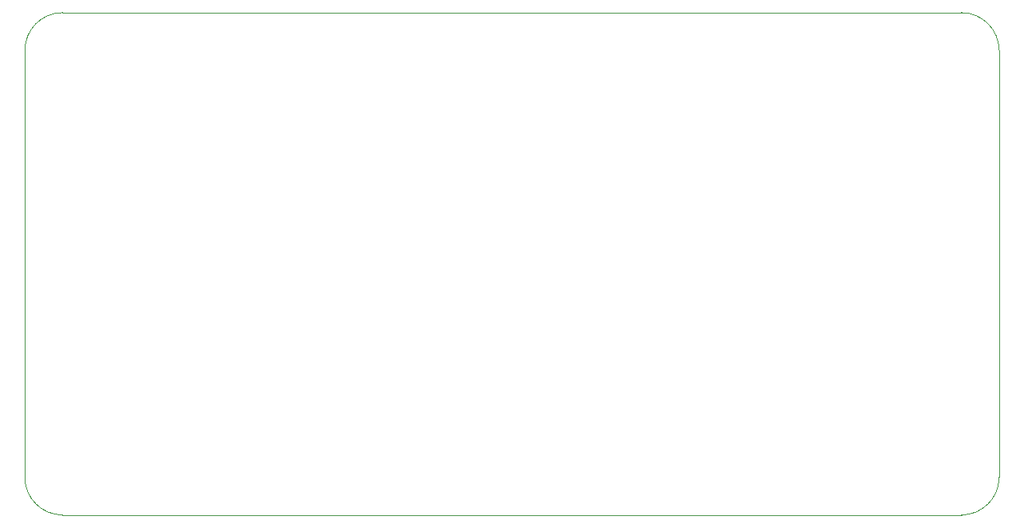
<source format=gbr>
%TF.GenerationSoftware,KiCad,Pcbnew,8.0.8*%
%TF.CreationDate,2025-03-12T21:32:49-06:00*%
%TF.ProjectId,Final_Project_New_Design,46696e61-6c5f-4507-926f-6a6563745f4e,rev?*%
%TF.SameCoordinates,Original*%
%TF.FileFunction,Profile,NP*%
%FSLAX46Y46*%
G04 Gerber Fmt 4.6, Leading zero omitted, Abs format (unit mm)*
G04 Created by KiCad (PCBNEW 8.0.8) date 2025-03-12 21:32:49*
%MOMM*%
%LPD*%
G01*
G04 APERTURE LIST*
%TA.AperFunction,Profile*%
%ADD10C,0.100000*%
%TD*%
G04 APERTURE END LIST*
D10*
X219210000Y-55020000D02*
X219210000Y-100340000D01*
X115860000Y-55020000D02*
G75*
G02*
X119860000Y-51020000I4000000J0D01*
G01*
X219210000Y-100340000D02*
G75*
G02*
X215210000Y-104340000I-4000000J0D01*
G01*
X215210000Y-51020000D02*
G75*
G02*
X219210000Y-55020000I0J-4000000D01*
G01*
X215210000Y-104340000D02*
X119860000Y-104340000D01*
X119860000Y-51020000D02*
X215210000Y-51020000D01*
X119860000Y-104340000D02*
G75*
G02*
X115860000Y-100340000I0J4000000D01*
G01*
X115860000Y-100340000D02*
X115860000Y-55020000D01*
M02*

</source>
